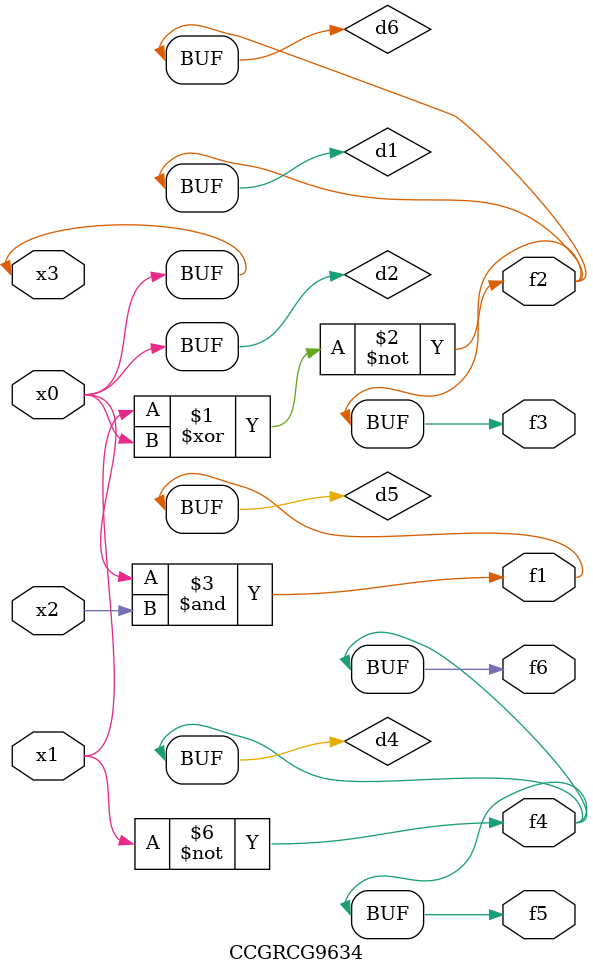
<source format=v>
module CCGRCG9634(
	input x0, x1, x2, x3,
	output f1, f2, f3, f4, f5, f6
);

	wire d1, d2, d3, d4, d5, d6;

	xnor (d1, x1, x3);
	buf (d2, x0, x3);
	nand (d3, x0, x2);
	not (d4, x1);
	nand (d5, d3);
	or (d6, d1);
	assign f1 = d5;
	assign f2 = d6;
	assign f3 = d6;
	assign f4 = d4;
	assign f5 = d4;
	assign f6 = d4;
endmodule

</source>
